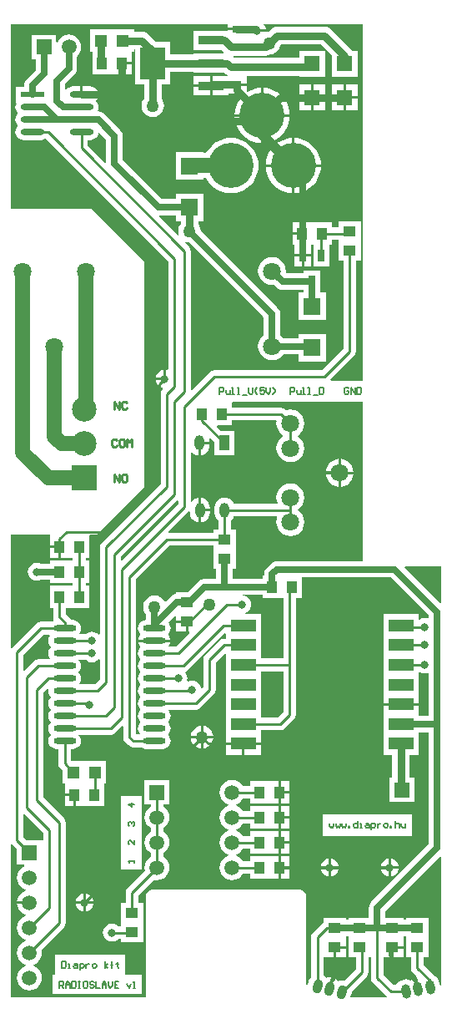
<source format=gtl>
%FSTAX24Y24*%
%MOIN*%
G70*
G01*
G75*
G04 Layer_Physical_Order=1*
G04 Layer_Color=255*
%ADD10R,0.0512X0.0394*%
%ADD11R,0.0256X0.0472*%
%ADD12R,0.0394X0.0512*%
%ADD13R,0.0709X0.0709*%
%ADD14O,0.0906X0.0236*%
%ADD15R,0.0984X0.0512*%
%ADD16R,0.0374X0.0315*%
%ADD17R,0.0630X0.0630*%
%ADD18R,0.0945X0.0236*%
%ADD19O,0.0945X0.0236*%
%ADD20R,0.1004X0.1299*%
%ADD21R,0.1004X0.0374*%
%ADD22R,0.0472X0.0512*%
%ADD23R,0.0394X0.0591*%
%ADD24O,0.0394X0.0591*%
%ADD25C,0.0100*%
%ADD26C,0.0250*%
%ADD27C,0.0600*%
%ADD28C,0.0300*%
%ADD29C,0.0400*%
%ADD30C,0.0060*%
%ADD31C,0.0080*%
%ADD32C,0.0591*%
%ADD33R,0.0591X0.0591*%
%ADD34C,0.1800*%
%ADD35R,0.0591X0.0591*%
G04:AMPARAMS|DCode=36|XSize=37.4mil|YSize=57.1mil|CornerRadius=0mil|HoleSize=0mil|Usage=FLASHONLY|Rotation=10.000|XOffset=0mil|YOffset=0mil|HoleType=Round|Shape=Round|*
%AMOVALD36*
21,1,0.0197,0.0374,0.0000,0.0000,100.0*
1,1,0.0374,0.0017,-0.0097*
1,1,0.0374,-0.0017,0.0097*
%
%ADD36OVALD36*%

G04:AMPARAMS|DCode=37|XSize=37.4mil|YSize=57.1mil|CornerRadius=0mil|HoleSize=0mil|Usage=FLASHONLY|Rotation=345.000|XOffset=0mil|YOffset=0mil|HoleType=Round|Shape=Round|*
%AMOVALD37*
21,1,0.0197,0.0374,0.0000,0.0000,75.0*
1,1,0.0374,-0.0025,-0.0095*
1,1,0.0374,0.0025,0.0095*
%
%ADD37OVALD37*%

%ADD38C,0.0984*%
%ADD39R,0.0984X0.0984*%
%ADD40C,0.0709*%
%ADD41C,0.0320*%
%ADD42C,0.0500*%
G36*
X193244Y152497D02*
Y151709D01*
X193372D01*
Y151328D01*
X1929D01*
X192858Y151322D01*
X192815Y151317D01*
X192776Y1513D01*
X192736Y151284D01*
X192698Y151254D01*
X192668Y151232D01*
X192227Y150791D01*
X191744D01*
Y15072D01*
X191715Y150717D01*
X191636Y150684D01*
X191598Y150654D01*
X191568Y150632D01*
X191345Y150409D01*
X191296Y150419D01*
X191293Y150427D01*
X191221Y150521D01*
X191127Y150593D01*
X191017Y150638D01*
X1909Y150654D01*
X190783Y150638D01*
X190673Y150593D01*
X190579Y150521D01*
X190507Y150427D01*
X190462Y150317D01*
X190446Y1502D01*
X190462Y150083D01*
X190507Y149973D01*
X190572Y149888D01*
Y149671D01*
X190557D01*
X190474Y14966D01*
X190396Y149628D01*
X19033Y149577D01*
X190279Y14951D01*
X190247Y149433D01*
X190236Y14935D01*
X190247Y149267D01*
X190279Y14919D01*
X19033Y149123D01*
Y149077D01*
X190279Y14901D01*
X190247Y148933D01*
X190242Y1489D01*
X19154D01*
X191536Y148933D01*
X191504Y14901D01*
X191453Y149077D01*
Y149123D01*
X191504Y14919D01*
X191536Y149267D01*
X191547Y14935D01*
X191536Y149433D01*
X191504Y14951D01*
X191453Y149577D01*
X191452Y149589D01*
X191698Y149834D01*
X191744Y149815D01*
Y149656D01*
X1922D01*
Y149606D01*
X19225D01*
Y149209D01*
X192284D01*
X192303Y149163D01*
X191744Y148605D01*
X191495D01*
X191473Y14865D01*
X191504Y14869D01*
X191536Y148767D01*
X19154Y1488D01*
X190242D01*
X190247Y148767D01*
X190279Y14869D01*
X19033Y148623D01*
Y148577D01*
X190279Y14851D01*
X190247Y148433D01*
X190236Y14835D01*
X190247Y148267D01*
X190279Y14819D01*
X19033Y148123D01*
Y148077D01*
X190279Y14801D01*
X190247Y147933D01*
X190236Y14785D01*
X190247Y147767D01*
X190279Y14769D01*
X19033Y147623D01*
Y147577D01*
X190279Y14751D01*
X190247Y147433D01*
X190236Y14735D01*
X190247Y147267D01*
X190279Y14719D01*
X19033Y147123D01*
Y147077D01*
X190279Y14701D01*
X190247Y146933D01*
X190236Y14685D01*
X190247Y146767D01*
X190279Y14669D01*
X19033Y146623D01*
Y146577D01*
X190279Y14651D01*
X190247Y146433D01*
X190236Y14635D01*
X190247Y146267D01*
X190279Y14619D01*
X19033Y146123D01*
Y146077D01*
X190279Y14601D01*
X190247Y145933D01*
X190236Y14585D01*
X190247Y145767D01*
X190279Y14569D01*
X19033Y145623D01*
Y145577D01*
X190279Y14551D01*
X190247Y145433D01*
X190236Y14535D01*
X190247Y145267D01*
X190279Y14519D01*
X190309Y14515D01*
X190287Y145105D01*
X190156D01*
X190155Y145106D01*
Y151294D01*
X191499Y152639D01*
X193244D01*
Y152497D01*
D02*
G37*
G36*
X186709Y153056D02*
X186709D01*
Y15265D01*
X187106D01*
Y1526D01*
X187156D01*
Y152144D01*
X187639D01*
Y152056D01*
X186709D01*
Y151928D01*
X186349D01*
X186294Y151951D01*
X1862Y151963D01*
X186106Y151951D01*
X186018Y151914D01*
X185943Y151857D01*
X185886Y151782D01*
X185849Y151694D01*
X185837Y1516D01*
X185849Y151506D01*
X185886Y151418D01*
X185943Y151343D01*
X186018Y151286D01*
X186106Y151249D01*
X1862Y151237D01*
X186294Y151249D01*
X186349Y151272D01*
X186709D01*
Y151144D01*
X187639D01*
Y151056D01*
X186709D01*
Y150144D01*
X186851D01*
Y149794D01*
X186871Y149696D01*
X186872Y149694D01*
X186858Y149646D01*
X186814Y149628D01*
X186784Y149605D01*
X18635D01*
X186252Y149585D01*
X18617Y14953D01*
X18522Y14858D01*
X185203Y148555D01*
X185155Y148569D01*
Y1531D01*
X186709D01*
Y153056D01*
D02*
G37*
G36*
X202362Y150367D02*
X202315Y150348D01*
X200898Y151765D01*
X200917Y151812D01*
X202362D01*
Y150367D01*
D02*
G37*
G36*
X195209Y150544D02*
X196045D01*
Y148142D01*
X195143D01*
Y148219D01*
Y149006D01*
Y149918D01*
X194547D01*
X194537Y149967D01*
X194582Y149986D01*
X194657Y150043D01*
X194714Y150118D01*
X194751Y150206D01*
X194763Y1503D01*
X194751Y150394D01*
X194714Y150482D01*
X194657Y150557D01*
X194582Y150614D01*
X194494Y150651D01*
X1944Y150663D01*
X194409Y150672D01*
X195209D01*
Y150544D01*
D02*
G37*
G36*
X201872Y149864D02*
Y149763D01*
X201831Y149736D01*
X201794Y149751D01*
X2017Y149763D01*
X201606Y149751D01*
X201518Y149714D01*
X201487Y14969D01*
X201442Y149712D01*
Y149918D01*
X200057D01*
Y149006D01*
Y148219D01*
Y147431D01*
Y146644D01*
Y146363D01*
X201442D01*
Y146644D01*
Y147431D01*
Y147588D01*
X201487Y14761D01*
X201518Y147586D01*
X201606Y147549D01*
X2017Y147537D01*
X201794Y147549D01*
X201831Y147564D01*
X201872Y147537D01*
Y145853D01*
X201442D01*
Y145857D01*
Y146263D01*
X200057D01*
Y145857D01*
Y145069D01*
Y144282D01*
X200397D01*
Y143395D01*
X200305D01*
Y142405D01*
X201295D01*
Y143395D01*
X201103D01*
Y144282D01*
X201442D01*
Y145069D01*
Y145197D01*
X201872D01*
Y140736D01*
X199568Y138432D01*
X199516Y138364D01*
X1995Y138324D01*
X199483Y138285D01*
X199478Y138242D01*
X199472Y1382D01*
Y137791D01*
X198644D01*
Y137722D01*
X198556D01*
Y137791D01*
X197644D01*
Y137594D01*
X197613Y137574D01*
X197229Y137189D01*
X197174Y137107D01*
X197154Y137009D01*
Y135432D01*
X197097Y135357D01*
X197058Y135263D01*
X197015Y135106D01*
X196966Y135112D01*
Y13865D01*
X196947Y138748D01*
X196891Y13883D01*
X196809Y138885D01*
X196711Y138905D01*
X190806D01*
X190708Y138885D01*
X190625Y13883D01*
X19057Y138748D01*
X190551Y13865D01*
Y134605D01*
X185155D01*
Y140731D01*
X185203Y140745D01*
X18522Y14072D01*
X185405Y140535D01*
Y139905D01*
X185696D01*
X185706Y139856D01*
X18565Y139833D01*
X185547Y139753D01*
X185467Y13965D01*
X185417Y139529D01*
X1854Y1394D01*
X185417Y139271D01*
X185467Y13915D01*
X185547Y139047D01*
X18565Y138967D01*
X185753Y138925D01*
Y138875D01*
X18565Y138833D01*
X185547Y138753D01*
X185467Y13865D01*
X185417Y138529D01*
X185407Y13845D01*
X1859D01*
Y13835D01*
X185407D01*
X185417Y138271D01*
X185467Y13815D01*
X185547Y138047D01*
X18565Y137967D01*
X185753Y137925D01*
Y137875D01*
X18565Y137833D01*
X185547Y137753D01*
X185467Y13765D01*
X185417Y137529D01*
X1854Y1374D01*
X185417Y137271D01*
X185467Y13715D01*
X185547Y137047D01*
X18565Y136967D01*
X185753Y136925D01*
Y136875D01*
X18565Y136833D01*
X185547Y136753D01*
X185467Y13665D01*
X185417Y136529D01*
X1854Y1364D01*
X185417Y136271D01*
X185467Y13615D01*
X185547Y136047D01*
X18565Y135967D01*
X185753Y135925D01*
Y135875D01*
X18565Y135833D01*
X185547Y135753D01*
X185467Y13565D01*
X185417Y135529D01*
X1854Y1354D01*
X185417Y135271D01*
X185467Y13515D01*
X185547Y135047D01*
X18565Y134967D01*
X185771Y134917D01*
X1859Y1349D01*
X186029Y134917D01*
X18615Y134967D01*
X186253Y135047D01*
X186333Y13515D01*
X186383Y135271D01*
X1864Y1354D01*
X186383Y135529D01*
X186333Y13565D01*
X186253Y135753D01*
X18615Y135833D01*
X186047Y135875D01*
Y135925D01*
X18615Y135967D01*
X186253Y136047D01*
X186333Y13615D01*
X186383Y136271D01*
X1864Y1364D01*
X186383Y136523D01*
X18728Y13742D01*
X187335Y137502D01*
X187355Y1376D01*
Y1416D01*
X187335Y141698D01*
X18728Y14178D01*
X186455Y142606D01*
Y146794D01*
X186623Y146963D01*
X186665Y146935D01*
X186664Y146933D01*
X186653Y14685D01*
X186664Y146767D01*
X186696Y14669D01*
X186747Y146623D01*
Y146577D01*
X186696Y14651D01*
X186664Y146433D01*
X186653Y14635D01*
X186664Y146267D01*
X186696Y14619D01*
X186747Y146123D01*
Y146077D01*
X186696Y14601D01*
X186664Y145933D01*
X186653Y14585D01*
X186664Y145767D01*
X186696Y14569D01*
X186747Y145623D01*
Y145577D01*
X186696Y14551D01*
X186664Y145433D01*
X186653Y14535D01*
X186664Y145267D01*
X186696Y14519D01*
X186747Y145123D01*
Y145077D01*
X186696Y14501D01*
X186664Y144933D01*
X186653Y14485D01*
X186664Y144767D01*
X186696Y14469D01*
X186747Y144623D01*
X186814Y144572D01*
X186891Y14454D01*
X186974Y144529D01*
X187054D01*
Y143952D01*
X187073Y143854D01*
X187128Y143772D01*
X187224Y143676D01*
Y143144D01*
X187309D01*
Y14275D01*
X187706D01*
Y1427D01*
X187756D01*
Y142244D01*
X188891D01*
Y143144D01*
X188963D01*
Y144056D01*
X187565D01*
X187564Y144058D01*
Y144529D01*
X187643D01*
X187726Y14454D01*
X187804Y144572D01*
X18787Y144623D01*
X187921Y14469D01*
X187953Y144767D01*
X187964Y14485D01*
X187953Y144933D01*
X187921Y14501D01*
X18787Y145077D01*
X187876Y145095D01*
X18915D01*
X189248Y145115D01*
X18933Y14517D01*
X189599Y145438D01*
X189645Y145419D01*
Y145D01*
X189645Y145D01*
X189645D01*
X189664Y144902D01*
X18972Y14482D01*
X18987Y14467D01*
X189952Y144615D01*
X19005Y144595D01*
X190366D01*
X190396Y144572D01*
X190474Y14454D01*
X190557Y144529D01*
X191226D01*
X191309Y14454D01*
X191386Y144572D01*
X191453Y144623D01*
X191504Y14469D01*
X191536Y144767D01*
X191547Y14485D01*
X191536Y144933D01*
X191504Y14501D01*
X191453Y145077D01*
Y145123D01*
X191504Y14519D01*
X191536Y145267D01*
X191547Y14535D01*
X191536Y145433D01*
X191504Y14551D01*
X191453Y145577D01*
Y145623D01*
X191504Y14569D01*
X191536Y145767D01*
X191547Y14585D01*
X191536Y145933D01*
X191504Y14601D01*
X191453Y146077D01*
X191459Y146095D01*
X19255D01*
X192648Y146115D01*
X19273Y14617D01*
X19328Y14672D01*
X193335Y146802D01*
X193355Y1469D01*
Y147994D01*
X193712Y148352D01*
X193758Y148332D01*
Y148219D01*
Y147431D01*
Y146644D01*
Y145857D01*
Y145069D01*
Y144788D01*
X195143D01*
Y145069D01*
Y14527D01*
X195925D01*
X196023Y14529D01*
X196105Y145345D01*
X196105Y145345D01*
X196105Y145345D01*
X19648Y14572D01*
X196535Y145802D01*
X196555Y1459D01*
X196555Y1459D01*
X196555Y1459D01*
Y1459D01*
Y150544D01*
X196791D01*
Y151372D01*
X200364D01*
X201872Y149864D01*
D02*
G37*
G36*
X186445Y141194D02*
Y140895D01*
X186395D01*
Y140895D01*
X185765D01*
X185655Y141006D01*
Y141919D01*
X185701Y141938D01*
X186445Y141194D01*
D02*
G37*
G36*
X199212Y153248D02*
X199212Y153248D01*
X199212D01*
Y152067D01*
D01*
X199212Y152067D01*
X199212Y152066D01*
X19918Y152028D01*
X1958D01*
X195715Y152017D01*
X195659Y151993D01*
X195636Y151984D01*
X195607Y151961D01*
X195568Y151932D01*
X195375Y151738D01*
X195322Y15167D01*
X195306Y151631D01*
X19529Y151591D01*
X195284Y151549D01*
X195278Y151506D01*
Y151456D01*
X195209D01*
Y151328D01*
X194028D01*
Y151709D01*
X194156D01*
Y152497D01*
Y153291D01*
X193955D01*
Y153657D01*
X193985Y15368D01*
X194049Y153763D01*
X194067Y153807D01*
X19578D01*
X195807Y153765D01*
X195791Y153726D01*
X195772Y153581D01*
X195791Y153437D01*
X195847Y153302D01*
X195936Y153186D01*
X196052Y153097D01*
X196187Y153041D01*
X196332Y153022D01*
X196476Y153041D01*
X196611Y153097D01*
X196727Y153186D01*
X196816Y153302D01*
X196872Y153437D01*
X196891Y153581D01*
X196872Y153726D01*
X196816Y153861D01*
X196727Y153977D01*
X196611Y154066D01*
Y154082D01*
X196727Y15417D01*
X196816Y154286D01*
X196872Y154421D01*
X196891Y154566D01*
X196872Y15471D01*
X196816Y154845D01*
X196727Y154961D01*
X196611Y15505D01*
X196476Y155106D01*
X196332Y155125D01*
X196187Y155106D01*
X196052Y15505D01*
X195936Y154961D01*
X195847Y154845D01*
X195791Y15471D01*
X195772Y154566D01*
X195791Y154421D01*
X195818Y154358D01*
X19579Y154316D01*
X194067D01*
X194049Y15436D01*
X193985Y154443D01*
X193902Y154506D01*
X193806Y154546D01*
X193702Y15456D01*
X193598Y154546D01*
X193502Y154506D01*
X193419Y154443D01*
X193355Y15436D01*
X193315Y154263D01*
X193302Y15416D01*
Y153963D01*
X193315Y153859D01*
X193355Y153763D01*
X193419Y15368D01*
X193445Y15366D01*
Y153291D01*
X193244D01*
Y153149D01*
X191474D01*
X191455Y153195D01*
X192271Y154011D01*
X192317Y153992D01*
Y153963D01*
X192331Y153859D01*
X192371Y153763D01*
X192435Y15368D01*
X192518Y153616D01*
X192614Y153576D01*
X192668Y153569D01*
Y154061D01*
Y154554D01*
X192614Y154546D01*
X192518Y154506D01*
X192435Y154443D01*
X192402Y154401D01*
X192355Y154417D01*
Y156358D01*
X192402Y156374D01*
X192415Y156357D01*
X192498Y156294D01*
X192594Y156254D01*
X192648Y156246D01*
Y156739D01*
X192698D01*
Y156789D01*
X193098D01*
Y156837D01*
X193087Y156927D01*
X193131Y156949D01*
X193305Y156775D01*
Y156243D01*
X194099D01*
Y157234D01*
X193567D01*
X193403Y157398D01*
X193422Y157444D01*
X193991D01*
Y157645D01*
X195751D01*
X195784Y157608D01*
X195772Y157519D01*
X195791Y157374D01*
X195847Y157239D01*
X195936Y157123D01*
X19603Y157051D01*
Y157001D01*
X195936Y15693D01*
X195847Y156814D01*
X195791Y156679D01*
X195772Y156534D01*
X195791Y15639D01*
X195847Y156255D01*
X195936Y156139D01*
X196052Y15605D01*
X196187Y155994D01*
X196332Y155975D01*
X196476Y155994D01*
X196611Y15605D01*
X196727Y156139D01*
X196816Y156255D01*
X196872Y15639D01*
X196891Y156534D01*
X196872Y156679D01*
X196816Y156814D01*
X196727Y15693D01*
X196611Y157018D01*
Y157034D01*
X196727Y157123D01*
X196816Y157239D01*
X196872Y157374D01*
X196891Y157519D01*
X196872Y157663D01*
X196816Y157798D01*
X196727Y157914D01*
X196611Y158003D01*
X196476Y158059D01*
X196332Y158078D01*
X196187Y158059D01*
X196162Y158048D01*
X19613Y15808D01*
X196048Y158135D01*
X19595Y158155D01*
X193991D01*
Y158356D01*
D01*
Y158356D01*
X194013Y158378D01*
X199212D01*
Y153248D01*
D02*
G37*
G36*
X191746Y165592D02*
X191947D01*
Y165479D01*
X191907Y165427D01*
X191862Y165317D01*
X191846Y1652D01*
X191862Y165083D01*
X191872Y165058D01*
X19183Y16503D01*
X191088Y165772D01*
X191107Y165819D01*
X191746D01*
Y165592D01*
D02*
G37*
G36*
X191845Y154419D02*
Y154306D01*
X189601Y152062D01*
X189555Y152081D01*
Y152194D01*
X191799Y154438D01*
X191845Y154419D01*
D02*
G37*
G36*
X188972Y168864D02*
Y167954D01*
X188926Y167934D01*
X188239Y168621D01*
Y168829D01*
X188339D01*
X188422Y16884D01*
X188499Y168872D01*
X188565Y168923D01*
X188616Y16899D01*
X188649Y169067D01*
X188655Y169118D01*
X188703Y169134D01*
X188972Y168864D01*
D02*
G37*
G36*
X188714Y14809D02*
Y147306D01*
X188513Y147105D01*
X187913D01*
X187891Y14715D01*
X187921Y14719D01*
X187953Y147267D01*
X187964Y14735D01*
X187953Y147433D01*
X187921Y14751D01*
X18787Y147577D01*
Y147623D01*
X187921Y14769D01*
X187953Y147767D01*
X187964Y14785D01*
X187953Y147933D01*
X187921Y14801D01*
X18787Y148077D01*
X187876Y148095D01*
X188142D01*
X188143Y148093D01*
X188218Y148036D01*
X188306Y147999D01*
X1884Y147987D01*
X188494Y147999D01*
X188582Y148036D01*
X188657Y148093D01*
X188666Y148106D01*
X188714Y14809D01*
D02*
G37*
G36*
X198644Y136997D02*
Y136209D01*
X198945D01*
Y135738D01*
X198488Y135282D01*
X198401Y135293D01*
X1983Y13528D01*
X198236Y135254D01*
X198194Y135308D01*
X198113Y135371D01*
X198065Y13539D01*
X19794Y134924D01*
X197844Y13495D01*
X197969Y135416D01*
X197918Y135423D01*
X197817Y13541D01*
X197753Y135383D01*
X197711Y135438D01*
X197664Y135474D01*
Y136209D01*
X19805D01*
Y136606D01*
X1981D01*
Y136656D01*
X198556D01*
Y136997D01*
Y137066D01*
X198644D01*
Y136997D01*
D02*
G37*
G36*
X199545Y1354D02*
X199564Y135302D01*
X19962Y13522D01*
X200169Y13467D01*
X200169D01*
X200169Y13467D01*
X200169Y13467D01*
Y13467D01*
X200196Y134653D01*
X200181Y134605D01*
X198766D01*
X198735Y134645D01*
X198778Y134802D01*
X198785Y134857D01*
X19938Y135453D01*
X199436Y135535D01*
X199455Y135633D01*
X199455Y135633D01*
X199455Y135633D01*
Y135633D01*
Y136209D01*
X199545D01*
Y1354D01*
D02*
G37*
G36*
X200944Y136997D02*
Y136209D01*
X201145D01*
Y1358D01*
X201145Y1358D01*
X201145D01*
X201164Y135702D01*
X20122Y13562D01*
X201374Y135466D01*
X201356Y135419D01*
X201401Y135421D01*
X201485Y134946D01*
X201386Y134929D01*
X201302Y135404D01*
X201253Y135388D01*
X201167Y135333D01*
X201121Y135282D01*
X201059Y135314D01*
X20096Y135336D01*
X200858Y135332D01*
X200761Y135301D01*
X200675Y135247D01*
X200606Y135171D01*
X200572Y135105D01*
X200455D01*
X200055Y135506D01*
Y136209D01*
X20035D01*
Y136606D01*
X2004D01*
Y136656D01*
X200856D01*
Y136997D01*
Y137066D01*
X200944D01*
Y136997D01*
D02*
G37*
G36*
X202362Y140233D02*
Y135099D01*
X202312Y135094D01*
X202295Y135189D01*
X202265Y135286D01*
X20221Y135372D01*
X202135Y135441D01*
X202103Y135457D01*
X201655Y135906D01*
Y136209D01*
X201856D01*
Y136997D01*
Y137791D01*
X200944D01*
Y137722D01*
X200856D01*
Y137791D01*
X200128D01*
Y138064D01*
X202315Y140252D01*
X202362Y140233D01*
D02*
G37*
G36*
X199212Y15923D02*
X197956D01*
X197937Y159276D01*
X19888Y16022D01*
X198936Y160302D01*
X198955Y1604D01*
X198955Y1604D01*
X198955Y1604D01*
Y1604D01*
Y164009D01*
X199156D01*
Y164797D01*
Y165591D01*
X198244D01*
Y165349D01*
X197991D01*
Y165556D01*
X196856D01*
Y1651D01*
X196806D01*
Y16505D01*
X196409D01*
Y164644D01*
X196498D01*
Y164272D01*
X197154D01*
Y164644D01*
X197246D01*
Y163786D01*
X197902D01*
Y164644D01*
X197991D01*
Y164839D01*
X198244D01*
Y164797D01*
Y164009D01*
X198445D01*
Y160506D01*
X197594Y159655D01*
X1933D01*
X193202Y159635D01*
X19312Y15958D01*
X192401Y158862D01*
X192355Y158881D01*
Y1644D01*
X192335Y164498D01*
X19228Y16458D01*
X19213Y16473D01*
X192158Y164772D01*
X192183Y164762D01*
X192289Y164748D01*
X195272Y161764D01*
Y161047D01*
X195205Y160995D01*
X195116Y16088D01*
X19506Y160745D01*
X195041Y1606D01*
X19506Y160455D01*
X195116Y16032D01*
X195205Y160205D01*
X19532Y160116D01*
X195455Y16006D01*
X1956Y160041D01*
X195745Y16006D01*
X19588Y160116D01*
X195995Y160205D01*
X196047Y160272D01*
X196646D01*
Y159992D01*
X197754D01*
Y161101D01*
X196646D01*
Y160928D01*
X196047D01*
X195995Y160995D01*
X195928Y161047D01*
Y1619D01*
X195928Y1619D01*
X195928Y1619D01*
Y1619D01*
X195928D01*
X195928Y1619D01*
X195917Y161985D01*
X195884Y162064D01*
X195832Y162132D01*
X192752Y165211D01*
X192738Y165317D01*
X192693Y165427D01*
X192653Y165479D01*
Y165592D01*
X192854D01*
Y166701D01*
X191746D01*
Y166474D01*
X191189D01*
X189628Y168036D01*
Y169D01*
X189628Y169D01*
X189628Y169D01*
Y169D01*
X189628D01*
X189628Y169D01*
X189617Y169085D01*
X189584Y169164D01*
X189532Y169232D01*
X188882Y169882D01*
X188814Y169934D01*
X188774Y16995D01*
X188735Y169967D01*
X188692Y169972D01*
X18865Y169978D01*
X188616Y16999D01*
X188616D01*
X188649Y170067D01*
X188659Y17015D01*
X188649Y170233D01*
X188616Y17031D01*
X188565Y170377D01*
Y170423D01*
X188616Y17049D01*
X188649Y170567D01*
X188653Y1706D01*
X187984D01*
Y17065D01*
X187934D01*
Y170971D01*
X18763D01*
X187547Y17096D01*
X187469Y170928D01*
X187403Y170877D01*
X187375Y170841D01*
X187328Y170857D01*
Y171064D01*
X187707Y171443D01*
X187759Y171511D01*
X187791Y17159D01*
X187803Y171675D01*
Y172166D01*
X187828Y172186D01*
X187907Y172289D01*
X187957Y17241D01*
X187974Y172539D01*
X187957Y172668D01*
X187907Y172789D01*
X187828Y172892D01*
X187725Y172972D01*
X187604Y173022D01*
X187475Y173039D01*
X187346Y173022D01*
X187225Y172972D01*
X187122Y172892D01*
X187042Y172789D01*
X187019Y172733D01*
X18697Y172743D01*
Y173034D01*
X18598D01*
Y172044D01*
X186147D01*
Y171611D01*
X185784Y171248D01*
X185732Y17118D01*
X185715Y17114D01*
X185699Y171101D01*
X185694Y171058D01*
X185688Y171016D01*
Y170968D01*
X185343D01*
Y170332D01*
X185347D01*
X185375Y17029D01*
X185351Y170233D01*
X185341Y17015D01*
X185351Y170067D01*
X185384Y16999D01*
X185435Y169923D01*
Y169877D01*
X185384Y16981D01*
X185351Y169733D01*
X185341Y16965D01*
X185351Y169567D01*
X185384Y16949D01*
X185435Y169423D01*
Y169377D01*
X185384Y16931D01*
X185351Y169233D01*
X185341Y16915D01*
X185351Y169067D01*
X185384Y16899D01*
X185435Y168923D01*
X185501Y168872D01*
X185578Y16884D01*
X185661Y168829D01*
X18637D01*
X186453Y16884D01*
X186531Y168872D01*
X186551Y168888D01*
X191445Y163994D01*
Y159675D01*
X191404Y159647D01*
X191394Y159651D01*
X19135Y159657D01*
Y1593D01*
X1913D01*
Y15925D01*
X190943D01*
X190949Y159206D01*
X190986Y159118D01*
X191043Y159043D01*
X191118Y158986D01*
X191206Y158949D01*
X191223Y158947D01*
X191239Y1589D01*
X19122Y15888D01*
X191164Y158798D01*
X191145Y1587D01*
Y155106D01*
X188788Y152749D01*
X188733Y152666D01*
X188714Y152569D01*
Y14911D01*
X188666Y149094D01*
X188657Y149107D01*
X188582Y149164D01*
X188494Y149201D01*
X1884Y149213D01*
X188306Y149201D01*
X188218Y149164D01*
X188143Y149107D01*
X188142Y149105D01*
X187913D01*
X187891Y14915D01*
X187921Y14919D01*
X187953Y149267D01*
X187964Y14935D01*
X187953Y149433D01*
X187921Y14951D01*
X18787Y149577D01*
X187804Y149628D01*
X187726Y14966D01*
X187643Y149671D01*
X187548D01*
X187544Y149689D01*
X187489Y149772D01*
X187361Y149899D01*
Y150144D01*
X188291D01*
Y151056D01*
X188149D01*
Y151144D01*
X188291D01*
Y152056D01*
X188149D01*
Y152144D01*
X188291D01*
Y153056D01*
X188291D01*
Y153065D01*
X188326Y1531D01*
X1886D01*
X1905Y155D01*
Y164D01*
X1884Y1661D01*
X185155D01*
Y173465D01*
X193813D01*
Y173304D01*
X1942D01*
Y173204D01*
X193813D01*
Y173193D01*
X192469D01*
Y172418D01*
X193582D01*
X193668Y172333D01*
X193648Y172287D01*
X192469D01*
Y172253D01*
X191531D01*
Y17275D01*
X19095D01*
X19065Y17305D01*
X190577Y173106D01*
X190491Y173141D01*
X1904Y173153D01*
X190076D01*
Y173256D01*
X188337D01*
Y172344D01*
X188409D01*
Y171444D01*
X189544D01*
Y1719D01*
X189594D01*
Y17195D01*
X189991D01*
Y172344D01*
X190076D01*
Y172447D01*
X190127D01*
Y17105D01*
X190476D01*
Y170479D01*
X190436Y170427D01*
X19039Y170317D01*
X190375Y1702D01*
X19039Y170083D01*
X190436Y169973D01*
X190508Y169879D01*
X190602Y169807D01*
X190711Y169762D01*
X190829Y169746D01*
X190946Y169762D01*
X191056Y169807D01*
X19115Y169879D01*
X191222Y169973D01*
X191267Y170083D01*
X191283Y1702D01*
X191267Y170317D01*
X191222Y170427D01*
X191182Y170479D01*
Y17105D01*
X191531D01*
Y171547D01*
X192469D01*
Y171513D01*
X193688D01*
X193696Y171505D01*
X193769Y171449D01*
X193813Y171431D01*
X193803Y171381D01*
X193221D01*
Y170994D01*
Y170607D01*
X193873D01*
Y170688D01*
X19415D01*
Y171046D01*
X1942D01*
Y171096D01*
X194587D01*
Y171397D01*
Y171401D01*
X196685D01*
Y171354D01*
X197715D01*
Y172384D01*
X196685D01*
Y172107D01*
X194587D01*
Y172112D01*
X194087D01*
X19405Y17215D01*
X194063Y172188D01*
X194587D01*
Y172193D01*
X195346D01*
X195437Y172205D01*
X195522Y17224D01*
X195536Y172251D01*
X195617Y172262D01*
X195727Y172307D01*
X195821Y172379D01*
X195893Y172473D01*
X195938Y172583D01*
X195947Y172647D01*
X197554D01*
X197985Y172216D01*
Y171354D01*
X199015D01*
Y172384D01*
X1988D01*
X1988Y172384D01*
X19875Y17245D01*
X19795Y17325D01*
X197877Y173306D01*
X197791Y173341D01*
X1977Y173353D01*
X1958D01*
X195709Y173341D01*
X195623Y173306D01*
X19555Y17325D01*
X195448Y173147D01*
X195395Y17314D01*
X19536Y173175D01*
X195357Y17315D01*
X195D01*
Y17325D01*
X195357D01*
X195351Y173294D01*
X195314Y173382D01*
X195257Y173457D01*
X19526Y173465D01*
X199212D01*
Y15923D01*
D02*
G37*
G36*
X186727Y14905D02*
X186696Y14901D01*
X186664Y148933D01*
X186653Y14885D01*
X186664Y148767D01*
X186696Y14869D01*
X186747Y148623D01*
Y148577D01*
X186696Y14851D01*
X186664Y148433D01*
X186653Y14835D01*
X186664Y148267D01*
X186696Y14819D01*
X186727Y14815D01*
X186705Y148105D01*
X18625D01*
X186152Y148085D01*
X18607Y14803D01*
X185701Y147662D01*
X185655Y147681D01*
Y148294D01*
X186456Y149095D01*
X186705D01*
X186727Y14905D01*
D02*
G37*
G36*
X196045Y146006D02*
X19582Y14578D01*
X195143D01*
Y145857D01*
Y146644D01*
Y147431D01*
Y147633D01*
X196045D01*
Y146006D01*
D02*
G37*
G36*
X193758Y149132D02*
Y149006D01*
Y14893D01*
X193675D01*
X193577Y14891D01*
X193495Y148855D01*
X19292Y14828D01*
X192864Y148198D01*
X192845Y1481D01*
Y147006D01*
X1928Y146961D01*
X192753Y146977D01*
X192751Y146994D01*
X192714Y147082D01*
X192657Y147157D01*
X192582Y147214D01*
X192494Y147251D01*
X1924Y147263D01*
X192306Y147251D01*
X19226Y147232D01*
X192201Y147256D01*
X192213Y14735D01*
X192201Y147444D01*
X192164Y147532D01*
X192132Y147574D01*
X192148Y147615D01*
X19223Y14767D01*
X193712Y149152D01*
X193758Y149132D01*
D02*
G37*
%LPC*%
G36*
X196291Y142256D02*
X195944D01*
Y14185D01*
X196291D01*
Y142256D01*
D02*
G37*
G36*
X193247Y14495D02*
X19285D01*
Y144553D01*
X192917Y144562D01*
X193027Y144607D01*
X193121Y144679D01*
X193193Y144773D01*
X193238Y144883D01*
X193247Y14495D01*
D02*
G37*
G36*
X201201Y14191D02*
X19764D01*
Y141057D01*
X201201D01*
Y14191D01*
D02*
G37*
G36*
X196291Y14175D02*
X195944D01*
Y141344D01*
X196291D01*
Y14175D01*
D02*
G37*
G36*
X187656Y14265D02*
X187309D01*
Y142244D01*
X187656D01*
Y14265D01*
D02*
G37*
G36*
X1944Y144688D02*
X193758D01*
Y144282D01*
X1944D01*
Y144688D01*
D02*
G37*
G36*
X19275Y14495D02*
X192353D01*
X192362Y144883D01*
X192407Y144773D01*
X192479Y144679D01*
X192573Y144607D01*
X192683Y144562D01*
X19275Y144553D01*
Y14495D01*
D02*
G37*
G36*
X195143Y144688D02*
X1945D01*
Y144282D01*
X195143D01*
Y144688D01*
D02*
G37*
G36*
X194Y1433D02*
X193871Y143283D01*
X19375Y143233D01*
X193647Y143153D01*
X193567Y14305D01*
X193517Y142929D01*
X1935Y1428D01*
X193517Y142671D01*
X193567Y14255D01*
X193647Y142447D01*
X19375Y142367D01*
X193853Y142325D01*
Y142275D01*
X19375Y142233D01*
X193647Y142153D01*
X193567Y14205D01*
X193517Y141929D01*
X1935Y1418D01*
X193517Y141671D01*
X193567Y14155D01*
X193647Y141447D01*
X19375Y141367D01*
X193853Y141325D01*
Y141275D01*
X19375Y141233D01*
X193647Y141153D01*
X193567Y14105D01*
X193517Y140929D01*
X1935Y1408D01*
X193517Y140671D01*
X193567Y14055D01*
X193647Y140447D01*
X19375Y140367D01*
X193853Y140325D01*
Y140275D01*
X19375Y140233D01*
X193647Y140153D01*
X193567Y14005D01*
X193517Y139929D01*
X1935Y1398D01*
X193517Y139671D01*
X193567Y13955D01*
X193647Y139447D01*
X19375Y139367D01*
X193871Y139317D01*
X194Y1393D01*
X194129Y139317D01*
X19425Y139367D01*
X194353Y139447D01*
X194429Y139545D01*
X194709D01*
Y139344D01*
X195844D01*
Y1398D01*
Y140256D01*
X194709D01*
Y140055D01*
X194429D01*
X194353Y140153D01*
X19425Y140233D01*
X194147Y140275D01*
Y140325D01*
X19425Y140367D01*
X194353Y140447D01*
X194429Y140545D01*
X194709D01*
Y140344D01*
X195844D01*
Y1408D01*
Y141256D01*
X194709D01*
Y141055D01*
X194429D01*
X194353Y141153D01*
X19425Y141233D01*
X194147Y141275D01*
Y141325D01*
X19425Y141367D01*
X194353Y141447D01*
X194429Y141545D01*
X194709D01*
Y141344D01*
X195844D01*
Y1418D01*
Y142256D01*
X194709D01*
Y142055D01*
X194429D01*
X194353Y142153D01*
X19425Y142233D01*
X194147Y142275D01*
Y142325D01*
X19425Y142367D01*
X194353Y142447D01*
X194429Y142545D01*
X194709D01*
Y142344D01*
X195844D01*
Y1428D01*
Y143256D01*
X194709D01*
Y143055D01*
X194429D01*
X194353Y143153D01*
X19425Y143233D01*
X194129Y143283D01*
X194Y1433D01*
D02*
G37*
G36*
X196291Y14275D02*
X195944D01*
Y142344D01*
X196291D01*
Y14275D01*
D02*
G37*
G36*
Y143256D02*
X195944D01*
Y14285D01*
X196291D01*
Y143256D01*
D02*
G37*
G36*
X18815Y138757D02*
Y13845D01*
X188457D01*
X188451Y138494D01*
X188414Y138582D01*
X188357Y138657D01*
X188282Y138714D01*
X188194Y138751D01*
X18815Y138757D01*
D02*
G37*
G36*
X18805D02*
X188006Y138751D01*
X187918Y138714D01*
X187843Y138657D01*
X187786Y138582D01*
X187749Y138494D01*
X187743Y13845D01*
X18805D01*
Y138757D01*
D02*
G37*
G36*
X191495Y143295D02*
X190505D01*
Y142305D01*
X190745D01*
Y142229D01*
X190647Y142153D01*
X190567Y14205D01*
X190517Y141929D01*
X1905Y1418D01*
X190517Y141671D01*
X190567Y14155D01*
X190647Y141447D01*
X190745Y141371D01*
Y141229D01*
X190647Y141153D01*
X190567Y14105D01*
X190517Y140929D01*
X1905Y1408D01*
X190517Y140671D01*
X190567Y14055D01*
X190647Y140447D01*
X190745Y140371D01*
Y140229D01*
X190647Y140153D01*
X190567Y14005D01*
X190517Y139929D01*
X1905Y1398D01*
X190517Y139677D01*
X18982Y13898D01*
X189764Y138898D01*
X189745Y1388D01*
Y138391D01*
X189544D01*
Y137597D01*
Y137455D01*
X189458D01*
X189457Y137457D01*
X189382Y137514D01*
X189294Y137551D01*
X1892Y137563D01*
X189106Y137551D01*
X189018Y137514D01*
X188943Y137457D01*
X188886Y137382D01*
X188849Y137294D01*
X188837Y1372D01*
X188849Y137106D01*
X188886Y137018D01*
X188943Y136943D01*
X189018Y136886D01*
X189106Y136849D01*
X1892Y136837D01*
X189294Y136849D01*
X189382Y136886D01*
X189457Y136943D01*
X189458Y136945D01*
X189544D01*
Y136809D01*
X190456D01*
Y137597D01*
Y138391D01*
X190255D01*
Y138694D01*
X190877Y139317D01*
X191Y1393D01*
X191129Y139317D01*
X19125Y139367D01*
X191353Y139447D01*
X191433Y13955D01*
X191483Y139671D01*
X1915Y1398D01*
X191483Y139929D01*
X191433Y14005D01*
X191353Y140153D01*
X191255Y140229D01*
Y140371D01*
X191353Y140447D01*
X191433Y14055D01*
X191483Y140671D01*
X1915Y1408D01*
X191483Y140929D01*
X191433Y14105D01*
X191353Y141153D01*
X191255Y141229D01*
Y141371D01*
X191353Y141447D01*
X191433Y14155D01*
X191483Y141671D01*
X1915Y1418D01*
X191483Y141929D01*
X191433Y14205D01*
X191353Y142153D01*
X191255Y142229D01*
Y142305D01*
X191495D01*
Y143295D01*
D02*
G37*
G36*
X19785Y13975D02*
X197543D01*
X197549Y139706D01*
X197586Y139618D01*
X197643Y139543D01*
X197718Y139486D01*
X197806Y139449D01*
X19785Y139443D01*
Y13975D01*
D02*
G37*
G36*
X196291D02*
X195944D01*
Y139344D01*
X196291D01*
Y13975D01*
D02*
G37*
G36*
X198556Y136556D02*
X19815D01*
Y136209D01*
X198556D01*
Y136556D01*
D02*
G37*
G36*
X189709Y13631D02*
X18694D01*
Y13551D01*
X18684D01*
Y13474D01*
X190401D01*
Y13551D01*
X189709D01*
Y13631D01*
D02*
G37*
G36*
X200856Y136556D02*
X20045D01*
Y136209D01*
X200856D01*
Y136556D01*
D02*
G37*
G36*
X188457Y13835D02*
X18815D01*
Y138043D01*
X188194Y138049D01*
X188282Y138086D01*
X188357Y138143D01*
X188414Y138218D01*
X188451Y138306D01*
X188457Y13835D01*
D02*
G37*
G36*
X18805D02*
X187743D01*
X187749Y138306D01*
X187786Y138218D01*
X187843Y138143D01*
X187918Y138086D01*
X188006Y138049D01*
X18805Y138043D01*
Y13835D01*
D02*
G37*
G36*
X198257Y13975D02*
X19795D01*
Y139443D01*
X197994Y139449D01*
X198082Y139486D01*
X198157Y139543D01*
X198214Y139618D01*
X198251Y139706D01*
X198257Y13975D01*
D02*
G37*
G36*
X20025Y140157D02*
X200206Y140151D01*
X200118Y140114D01*
X200043Y140057D01*
X199986Y139982D01*
X199949Y139894D01*
X199943Y13985D01*
X20025D01*
Y140157D01*
D02*
G37*
G36*
X19795D02*
Y13985D01*
X198257D01*
X198251Y139894D01*
X198214Y139982D01*
X198157Y140057D01*
X198082Y140114D01*
X197994Y140151D01*
X19795Y140157D01*
D02*
G37*
G36*
X20035D02*
Y13985D01*
X200657D01*
X200651Y139894D01*
X200614Y139982D01*
X200557Y140057D01*
X200482Y140114D01*
X200394Y140151D01*
X20035Y140157D01*
D02*
G37*
G36*
X196291Y141256D02*
X195944D01*
Y14085D01*
X196291D01*
Y141256D01*
D02*
G37*
G36*
Y14075D02*
X195944D01*
Y140344D01*
X196291D01*
Y14075D01*
D02*
G37*
G36*
X200657Y13975D02*
X20035D01*
Y139443D01*
X200394Y139449D01*
X200482Y139486D01*
X200557Y139543D01*
X200614Y139618D01*
X200651Y139706D01*
X200657Y13975D01*
D02*
G37*
G36*
X20025D02*
X199943D01*
X199949Y139706D01*
X199986Y139618D01*
X200043Y139543D01*
X200118Y139486D01*
X200206Y139449D01*
X20025Y139443D01*
Y13975D01*
D02*
G37*
G36*
X19038Y142654D02*
X18957D01*
Y13972D01*
X19038D01*
Y142654D01*
D02*
G37*
G36*
X19785Y140157D02*
X197806Y140151D01*
X197718Y140114D01*
X197643Y140057D01*
X197586Y139982D01*
X197549Y139894D01*
X197543Y13985D01*
X19785D01*
Y140157D01*
D02*
G37*
G36*
X196291Y140256D02*
X195944D01*
Y13985D01*
X196291D01*
Y140256D01*
D02*
G37*
G36*
X19845Y170481D02*
X197985D01*
Y170016D01*
X19845D01*
Y170481D01*
D02*
G37*
G36*
X195255Y170914D02*
Y169865D01*
X196305D01*
X196295Y169987D01*
X196255Y170156D01*
X196188Y170315D01*
X196098Y170463D01*
X195985Y170595D01*
X195854Y170707D01*
X195706Y170798D01*
X195546Y170864D01*
X195378Y170904D01*
X195255Y170914D01*
D02*
G37*
G36*
X19715Y170481D02*
X196685D01*
Y170016D01*
X19715D01*
Y170481D01*
D02*
G37*
G36*
X199015Y170481D02*
X19855D01*
Y170016D01*
X199015D01*
Y170481D01*
D02*
G37*
G36*
X194587Y170996D02*
X19425D01*
Y170688D01*
X194462D01*
X194479Y170641D01*
X194425Y170595D01*
X194312Y170463D01*
X194222Y170315D01*
X194156Y170156D01*
X194115Y169987D01*
X194106Y169865D01*
X195155D01*
Y170914D01*
X195033Y170904D01*
X194864Y170864D01*
X194704Y170798D01*
X194631Y170753D01*
X194587Y170777D01*
Y170996D01*
D02*
G37*
G36*
X193955Y168918D02*
X193783Y168904D01*
X193614Y168864D01*
X193454Y168798D01*
X193307Y168707D01*
X193175Y168595D01*
X193062Y168463D01*
X192974Y168319D01*
X192854D01*
Y168354D01*
X191746D01*
Y167246D01*
X192854D01*
Y16731D01*
X192974D01*
X193062Y167166D01*
X193175Y167034D01*
X193307Y166922D01*
X193454Y166831D01*
X193614Y166765D01*
X193783Y166725D01*
X193955Y166711D01*
X194128Y166725D01*
X194296Y166765D01*
X194456Y166831D01*
X194604Y166922D01*
X194735Y167034D01*
X194848Y167166D01*
X194938Y167314D01*
X195005Y167474D01*
X195045Y167642D01*
X195059Y167815D01*
X195045Y167987D01*
X195005Y168156D01*
X194938Y168316D01*
X194848Y168463D01*
X194735Y168595D01*
X194604Y168707D01*
X194456Y168798D01*
X194296Y168864D01*
X194128Y168904D01*
X193955Y168918D01*
D02*
G37*
G36*
X196505Y168914D02*
Y167865D01*
X197555D01*
X197545Y167987D01*
X197505Y168156D01*
X197438Y168316D01*
X197348Y168463D01*
X197235Y168595D01*
X197104Y168707D01*
X196956Y168798D01*
X196796Y168864D01*
X196628Y168904D01*
X196505Y168914D01*
D02*
G37*
G36*
X196305Y169765D02*
X195255D01*
Y168715D01*
X195378Y168725D01*
X195546Y168765D01*
X195706Y168831D01*
X195854Y168922D01*
X195985Y169034D01*
X196098Y169166D01*
X196188Y169314D01*
X196255Y169474D01*
X196295Y169642D01*
X196305Y169765D01*
D02*
G37*
G36*
X195155D02*
X194106D01*
X194115Y169642D01*
X194156Y169474D01*
X194222Y169314D01*
X194312Y169166D01*
X194425Y169034D01*
X194557Y168922D01*
X194704Y168831D01*
X194864Y168765D01*
X195033Y168725D01*
X195155Y168715D01*
Y169765D01*
D02*
G37*
G36*
X188339Y170971D02*
X188034D01*
Y1707D01*
X188653D01*
X188649Y170733D01*
X188616Y17081D01*
X188565Y170877D01*
X188499Y170928D01*
X188422Y17096D01*
X188339Y170971D01*
D02*
G37*
G36*
X193121Y170944D02*
X192469D01*
Y170607D01*
X193121D01*
Y170944D01*
D02*
G37*
G36*
X189991Y17185D02*
X189644D01*
Y171444D01*
X189991D01*
Y17185D01*
D02*
G37*
G36*
X193121Y171381D02*
X192469D01*
Y171044D01*
X193121D01*
Y171381D01*
D02*
G37*
G36*
X197715Y171046D02*
X19725D01*
Y170581D01*
X197715D01*
Y171046D01*
D02*
G37*
G36*
X19845Y171046D02*
X197985D01*
Y170581D01*
X19845D01*
Y171046D01*
D02*
G37*
G36*
X197715Y170481D02*
X19725D01*
Y170016D01*
X197715D01*
Y170481D01*
D02*
G37*
G36*
X19715Y171046D02*
X196685D01*
Y170581D01*
X19715D01*
Y171046D01*
D02*
G37*
G36*
X199015Y171046D02*
X19855D01*
Y170581D01*
X199015D01*
Y171046D01*
D02*
G37*
G36*
X196405Y168914D02*
X196283Y168904D01*
X196114Y168864D01*
X195954Y168798D01*
X195807Y168707D01*
X195675Y168595D01*
X195562Y168463D01*
X195472Y168316D01*
X195406Y168156D01*
X195365Y167987D01*
X195356Y167865D01*
X196405D01*
Y168914D01*
D02*
G37*
G36*
X19825Y1555D02*
X197747D01*
X19776Y155405D01*
X197816Y15527D01*
X197905Y155155D01*
X19802Y155066D01*
X198155Y15501D01*
X19825Y154997D01*
Y1555D01*
D02*
G37*
G36*
X192768Y154554D02*
Y154111D01*
X193118D01*
Y15416D01*
X193104Y154263D01*
X193064Y15436D01*
X193001Y154443D01*
X192918Y154506D01*
X192821Y154546D01*
X192768Y154554D01*
D02*
G37*
G36*
X19825Y156103D02*
X198155Y15609D01*
X19802Y156034D01*
X197905Y155945D01*
X197816Y15583D01*
X19776Y155695D01*
X197747Y1556D01*
X19825D01*
Y156103D01*
D02*
G37*
G36*
X198853Y1555D02*
X19835D01*
Y154997D01*
X198445Y15501D01*
X19858Y155066D01*
X198695Y155155D01*
X198784Y15527D01*
X19884Y155405D01*
X198853Y1555D01*
D02*
G37*
G36*
X193118Y154011D02*
X192768D01*
Y153569D01*
X192821Y153576D01*
X192918Y153616D01*
X193001Y15368D01*
X193064Y153763D01*
X193104Y153859D01*
X193118Y153963D01*
Y154011D01*
D02*
G37*
G36*
X19285Y145447D02*
Y14505D01*
X193247D01*
X193238Y145117D01*
X193193Y145227D01*
X193121Y145321D01*
X193027Y145393D01*
X192917Y145438D01*
X19285Y145447D01*
D02*
G37*
G36*
X19275D02*
X192683Y145438D01*
X192573Y145393D01*
X192479Y145321D01*
X192407Y145227D01*
X192362Y145117D01*
X192353Y14505D01*
X19275D01*
Y145447D01*
D02*
G37*
G36*
X187056Y15255D02*
X186709D01*
Y152144D01*
X187056D01*
Y15255D01*
D02*
G37*
G36*
X19215Y149556D02*
X191744D01*
Y149209D01*
X19215D01*
Y149556D01*
D02*
G37*
G36*
X196756Y165556D02*
X196409D01*
Y16515D01*
X196756D01*
Y165556D01*
D02*
G37*
G36*
X197154Y164172D02*
X196876D01*
Y163786D01*
X197154D01*
Y164172D01*
D02*
G37*
G36*
X197555Y167765D02*
X196505D01*
Y166715D01*
X196628Y166725D01*
X196796Y166765D01*
X196956Y166831D01*
X197104Y166922D01*
X197235Y167034D01*
X197348Y167166D01*
X197438Y167314D01*
X197505Y167474D01*
X197545Y167642D01*
X197555Y167765D01*
D02*
G37*
G36*
X196405D02*
X195356D01*
X195365Y167642D01*
X195406Y167474D01*
X195472Y167314D01*
X195562Y167166D01*
X195675Y167034D01*
X195807Y166922D01*
X195954Y166831D01*
X196114Y166765D01*
X196283Y166725D01*
X196405Y166715D01*
Y167765D01*
D02*
G37*
G36*
X196776Y164172D02*
X196498D01*
Y163786D01*
X196776D01*
Y164172D01*
D02*
G37*
G36*
X193098Y156689D02*
X192748D01*
Y156246D01*
X192802Y156254D01*
X192898Y156294D01*
X192981Y156357D01*
X193045Y15644D01*
X193085Y156537D01*
X193098Y15664D01*
Y156689D01*
D02*
G37*
G36*
X19835Y156103D02*
Y1556D01*
X198853D01*
X19884Y155695D01*
X198784Y15583D01*
X198695Y155945D01*
X19858Y156034D01*
X198445Y15609D01*
X19835Y156103D01*
D02*
G37*
G36*
X1956Y164159D02*
X195455Y16414D01*
X19532Y164084D01*
X195205Y163995D01*
X195116Y16388D01*
X19506Y163745D01*
X195041Y1636D01*
X19506Y163455D01*
X195116Y16332D01*
X195205Y163205D01*
X19532Y163116D01*
X195455Y16306D01*
X1956Y163041D01*
X195684Y163052D01*
X195791Y162946D01*
X195859Y162894D01*
X195938Y162861D01*
X196022Y16285D01*
X196872D01*
Y162754D01*
X196646D01*
Y161646D01*
X197754D01*
Y162754D01*
X197528D01*
Y163614D01*
X196872D01*
Y163505D01*
X196185D01*
X196152Y163543D01*
X196159Y1636D01*
X19614Y163745D01*
X196084Y16388D01*
X195995Y163995D01*
X19588Y164084D01*
X195745Y16414D01*
X1956Y164159D01*
D02*
G37*
G36*
X19125Y159657D02*
X191206Y159651D01*
X191118Y159614D01*
X191043Y159557D01*
X190986Y159482D01*
X190949Y159394D01*
X190943Y15935D01*
X19125D01*
Y159657D01*
D02*
G37*
%LPD*%
D10*
X1937Y152106D02*
D03*
Y152894D02*
D03*
X19Y137206D02*
D03*
Y137994D02*
D03*
X1987Y165194D02*
D03*
Y164406D02*
D03*
X1922Y149606D02*
D03*
Y150394D02*
D03*
X2004Y136606D02*
D03*
Y137394D02*
D03*
X1981Y136606D02*
D03*
Y137394D02*
D03*
X2014D02*
D03*
Y136606D02*
D03*
X1991Y137394D02*
D03*
Y136606D02*
D03*
D11*
X196826Y164222D02*
D03*
X197574D02*
D03*
X1972Y163178D02*
D03*
D12*
X195894Y1398D02*
D03*
X195106D02*
D03*
X195894Y1408D02*
D03*
X195106D02*
D03*
X195894Y1418D02*
D03*
X195106D02*
D03*
X195894Y1428D02*
D03*
X195106D02*
D03*
X196806Y1651D02*
D03*
X197594D02*
D03*
X187106Y1526D02*
D03*
X187894D02*
D03*
Y1516D02*
D03*
X187106D02*
D03*
X187894Y1506D02*
D03*
X187106D02*
D03*
X188806Y1719D02*
D03*
X189594D02*
D03*
X188494Y1427D02*
D03*
X187706D02*
D03*
X195606Y151D02*
D03*
X196394D02*
D03*
X193594Y1579D02*
D03*
X192806D02*
D03*
D13*
X1972Y1622D02*
D03*
Y160546D02*
D03*
X1923Y166146D02*
D03*
Y1678D02*
D03*
D14*
X187309Y14935D02*
D03*
Y14885D02*
D03*
Y14835D02*
D03*
Y14785D02*
D03*
Y14735D02*
D03*
Y14685D02*
D03*
Y14635D02*
D03*
Y14585D02*
D03*
Y14535D02*
D03*
Y14485D02*
D03*
X190891Y14935D02*
D03*
Y14885D02*
D03*
Y14835D02*
D03*
Y14785D02*
D03*
Y14735D02*
D03*
Y14685D02*
D03*
Y14635D02*
D03*
Y14585D02*
D03*
Y14535D02*
D03*
Y14485D02*
D03*
D15*
X20075Y144738D02*
D03*
Y145525D02*
D03*
Y146313D02*
D03*
Y1471D02*
D03*
Y147887D02*
D03*
Y148675D02*
D03*
Y149462D02*
D03*
X19445Y144738D02*
D03*
Y145525D02*
D03*
Y146313D02*
D03*
Y1471D02*
D03*
Y147887D02*
D03*
Y148675D02*
D03*
Y149462D02*
D03*
D16*
X1942Y172546D02*
D03*
Y173254D02*
D03*
Y171046D02*
D03*
Y171754D02*
D03*
D17*
X1985Y171869D02*
D03*
Y170531D02*
D03*
X1972Y170531D02*
D03*
Y171869D02*
D03*
D18*
X186016Y17065D02*
D03*
D19*
Y17015D02*
D03*
Y16965D02*
D03*
Y16915D02*
D03*
X187984Y17065D02*
D03*
Y17015D02*
D03*
Y16965D02*
D03*
Y16915D02*
D03*
D20*
X190829Y1719D02*
D03*
D21*
X193171Y172806D02*
D03*
Y1719D02*
D03*
Y170994D02*
D03*
D22*
X189639Y1728D02*
D03*
X188773D02*
D03*
X187661Y1436D02*
D03*
X188527D02*
D03*
D23*
X193702Y156739D02*
D03*
D24*
X192698D02*
D03*
X192718Y154061D02*
D03*
X193702D02*
D03*
D25*
X1892Y1412D02*
Y1417D01*
Y1428D02*
X1904Y144D01*
X1892Y1417D02*
Y1428D01*
X1882Y1417D02*
X1892D01*
X1886Y1406D02*
X1892Y1412D01*
X1886Y1389D02*
Y1406D01*
X1881Y1384D02*
X1886Y1389D01*
X1914Y155D02*
Y1587D01*
X188969Y152569D02*
X1914Y155D01*
X188969Y1472D02*
Y152569D01*
X1911Y1591D02*
X1913Y1593D01*
X1911Y1554D02*
Y1591D01*
X1889Y1532D02*
X1911Y1554D01*
X1914Y1587D02*
X1917Y159D01*
Y1584D02*
X1921Y1588D01*
X1917Y1547D02*
Y1584D01*
X1893Y1523D02*
X1917Y1547D01*
X1921Y1582D02*
X1933Y1594D01*
X1921Y1542D02*
Y1582D01*
X1896Y1517D02*
X1921Y1542D01*
X1917Y159D02*
Y1641D01*
X18665Y16915D02*
X1917Y1641D01*
X186016Y16915D02*
X18665D01*
X1921Y1588D02*
Y1644D01*
X187984Y168516D02*
X1921Y1644D01*
X187984Y168516D02*
Y16915D01*
X1874Y1532D02*
X1889D01*
X187106Y152906D02*
X1874Y1532D01*
X19185Y14835D02*
X1938Y1503D01*
X1944D01*
X20075Y14295D02*
X2008Y1429D01*
X187706Y142194D02*
X1882Y1417D01*
X187706Y142194D02*
Y1427D01*
X192806Y157634D02*
Y1579D01*
X1896Y1458D02*
Y1517D01*
X18915Y14535D02*
X1896Y1458D01*
X1899Y1514D02*
X191394Y152894D01*
X1899Y145D02*
Y1514D01*
Y145D02*
X19005Y14485D01*
X193171Y172806D02*
X193694D01*
X195346Y172546D02*
X1955Y1727D01*
X197085Y171754D02*
X1972Y171869D01*
X195205Y169065D02*
Y169815D01*
X196455Y167815D02*
X196826Y167444D01*
X197574Y164222D02*
Y16508D01*
X197806Y165094D02*
X1987D01*
X190829Y1719D02*
Y172371D01*
X190891Y14785D02*
X19205D01*
X193662Y149462D01*
X19445D01*
X193675Y148675D02*
X19445D01*
X190891Y14735D02*
X19185D01*
X190891Y14635D02*
X19255D01*
X1931Y1469D01*
Y1481D01*
X193675Y148675D01*
X1924Y1469D02*
X19245Y14685D01*
X19445Y147887D02*
X1963D01*
X195925Y145525D02*
X1963Y1459D01*
X19445Y145525D02*
X195925D01*
X200762Y1479D02*
X2017D01*
X20075Y147887D02*
X200762Y1479D01*
X200775Y1487D02*
X2018D01*
X20075Y148675D02*
X200775Y1487D01*
X190891Y14685D02*
X19245D01*
X196638Y144738D02*
X198213Y146313D01*
X20075D01*
X190891Y14835D02*
X19185D01*
X1963Y1459D02*
Y150906D01*
X200812Y1494D02*
X2017D01*
X187309Y14835D02*
X1884D01*
X187309Y14885D02*
X1884D01*
X191394Y152894D02*
X1937D01*
X19005Y14485D02*
X190891D01*
X1937Y152894D02*
Y154059D01*
X193702Y154061D02*
X196319D01*
X196332Y153581D02*
Y154074D01*
Y154566D01*
X196319Y154061D02*
X196332Y154074D01*
X198248Y155602D02*
X1983Y15555D01*
X196332Y156534D02*
Y157519D01*
X192806Y157634D02*
X193702Y156739D01*
X193594Y1579D02*
X19595D01*
X196332Y157519D01*
X192698Y154081D02*
Y155602D01*
Y156739D01*
Y155602D02*
X198248D01*
X188619Y14685D02*
X188969Y1472D01*
X187309Y14685D02*
X188619D01*
X187309Y143952D02*
Y14485D01*
Y143952D02*
X187661Y1436D01*
X188527Y142733D02*
Y1436D01*
X19Y137994D02*
Y1388D01*
X191Y1398D01*
Y1408D01*
Y1418D01*
Y1428D01*
X187309Y14635D02*
X18825D01*
X1883Y1463D01*
X194Y1428D02*
X195106D01*
X194Y1418D02*
X195106D01*
X194Y1408D02*
X195106D01*
X194Y1398D02*
X195106D01*
X195894D02*
Y1408D01*
Y1418D01*
Y1428D01*
X1981Y1354D02*
Y136606D01*
X197892Y135192D02*
X1981Y1354D01*
X197892Y134937D02*
Y135192D01*
X201435Y134937D02*
Y135165D01*
X2003Y1363D02*
X201435Y135165D01*
X201928Y135024D02*
Y135272D01*
X2014Y1358D02*
X201928Y135272D01*
X2014Y1358D02*
Y136606D01*
X198375Y134808D02*
X1992Y135633D01*
Y136606D01*
X197409Y135067D02*
Y137009D01*
X197794Y137394D01*
X1981D01*
X200943Y134851D02*
X201Y134794D01*
X1998Y1354D02*
X200349Y134851D01*
X200943D01*
X18635Y14935D02*
X187309D01*
X187894Y1506D02*
Y1516D01*
Y1526D01*
X187106Y149794D02*
Y1506D01*
Y149794D02*
X187309Y149591D01*
Y14935D02*
Y149591D01*
X1859Y1364D02*
X1871Y1376D01*
X190891Y14885D02*
X19185D01*
X1922Y1492D01*
Y149606D01*
X1854Y1409D02*
X1859Y1404D01*
X1854Y1409D02*
Y1484D01*
X18635Y14935D01*
X1858Y1422D02*
Y1474D01*
X18625Y14785D01*
X187309D01*
X1862Y1469D02*
X18665Y14735D01*
X187309D01*
X1998Y1354D02*
Y137394D01*
X1922Y149606D02*
X192306D01*
X1931Y1504D01*
Y1505D01*
X1987Y1604D02*
Y164406D01*
X1977Y1594D02*
X1987Y1604D01*
X1933Y1594D02*
X1977D01*
X187309Y14535D02*
X18915D01*
X187309Y14585D02*
X18895D01*
X1893Y1462D01*
Y1523D01*
X1862Y1425D02*
Y1469D01*
Y1425D02*
X1871Y1416D01*
Y1376D02*
Y1416D01*
X1859Y1374D02*
X1867Y1382D01*
Y1413D01*
X1858Y1422D02*
X1867Y1413D01*
X195894Y1428D02*
Y144731D01*
X19445Y144738D02*
X196638D01*
X195894Y1398D02*
X1979D01*
X2003D01*
X1928Y145D02*
X193062Y144738D01*
X19445D01*
X1918Y144D02*
X1928Y145D01*
X1904Y144D02*
X1918D01*
X190891Y14935D02*
X1909Y149359D01*
Y1495D01*
X1892Y1372D02*
X189994D01*
X19Y137206D01*
X194991Y1696D02*
X195205Y169815D01*
X187106Y1526D02*
Y152906D01*
X194946Y173254D02*
X195Y1732D01*
X2003Y1363D02*
Y136606D01*
X1894Y15685D02*
X18935Y1569D01*
X18925D01*
X1892Y15685D01*
Y15665D01*
X18925Y1566D01*
X18935D01*
X1894Y15665D01*
X18965Y1569D02*
X18955D01*
X1895Y15685D01*
Y15665D01*
X18955Y1566D01*
X18965D01*
X1897Y15665D01*
Y15685D01*
X18965Y1569D01*
X1898Y1566D02*
Y1569D01*
X1899Y1568D01*
X19Y1569D01*
Y1566D01*
X1893Y1581D02*
Y1584D01*
X1895Y1581D01*
Y1584D01*
X1898Y15835D02*
X18975Y1584D01*
X18965D01*
X1896Y15835D01*
Y15815D01*
X18965Y1581D01*
X18975D01*
X1898Y15815D01*
X1893Y1552D02*
Y1555D01*
X1895Y1552D01*
Y1555D01*
X18975D02*
X18965D01*
X1896Y15545D01*
Y15525D01*
X18965Y1552D01*
X18975D01*
X1898Y15525D01*
Y15545D01*
X18975Y1555D01*
D26*
X1918Y1504D02*
X1923D01*
X2022Y1406D02*
Y15D01*
X20075Y145525D02*
X202175D01*
X1998Y1382D02*
X2022Y1406D01*
X2005Y1517D02*
X2022Y15D01*
X1958Y1517D02*
X2005D01*
X195606Y151506D02*
X1958Y1517D01*
X1956Y1606D02*
Y1619D01*
X1923Y1652D02*
X1956Y1619D01*
X1865Y17015D02*
X187Y16965D01*
X186016Y17015D02*
X1865D01*
X1972Y1622D02*
Y163178D01*
X1956Y1636D02*
X196022Y163178D01*
X1972D01*
X1956Y1606D02*
X196946D01*
X186475Y171475D02*
Y172539D01*
X186016Y171016D02*
X186475Y171475D01*
X186016Y17065D02*
Y171016D01*
X18725Y17015D02*
X187984D01*
X187Y1704D02*
X18725Y17015D01*
X187Y1704D02*
Y1712D01*
X187475Y171675D01*
Y172539D01*
X191054Y166146D02*
X1923D01*
X1893Y1679D02*
X191054Y166146D01*
X186016Y16965D02*
X187D01*
X187984D01*
X195606Y151D02*
Y151506D01*
X1981Y137394D02*
X1991D01*
X2004D02*
X2014D01*
X1923Y1504D02*
X1929Y151D01*
X1937D01*
X195606D01*
X1937D02*
Y152106D01*
X1991Y137394D02*
X1998D01*
X2004D01*
X1998D02*
Y1382D01*
X187984Y16965D02*
X18865D01*
X1893Y169D01*
Y1679D02*
Y169D01*
X1909Y1495D02*
Y1502D01*
Y1495D02*
X1918Y1504D01*
X1862Y1516D02*
X187106D01*
X196826Y164222D02*
Y167444D01*
D27*
X187178Y156722D02*
X1881D01*
X186899Y157001D02*
X187178Y156722D01*
X186899Y157001D02*
Y1606D01*
X188159Y158159D02*
Y1636D01*
X186656Y155344D02*
X1881D01*
X185639Y156361D02*
X186656Y155344D01*
X185639Y156361D02*
Y1636D01*
X192315Y167815D02*
X193955D01*
D28*
X20075Y14295D02*
Y144738D01*
X1985Y171869D02*
Y1722D01*
X1977Y173D02*
X1985Y1722D01*
X1958Y173D02*
X1977D01*
X193694Y172806D02*
X193954Y172546D01*
X1942D01*
X195346D01*
X1955Y1727D02*
X1958Y173D01*
X193171Y1719D02*
X1938D01*
X193946Y171754D01*
X1942D01*
X197085D01*
X1942Y17082D02*
Y171046D01*
X195205Y169815D02*
X195921Y170531D01*
X193222Y171046D02*
X1942D01*
Y17082D02*
X195205Y169815D01*
X1923Y1652D02*
Y166146D01*
X190829Y1719D02*
X193171D01*
X189639Y1728D02*
X1904D01*
X190829Y172371D01*
X188773Y171933D02*
Y1728D01*
X187984Y17065D02*
X18915D01*
X190829Y1702D02*
Y1719D01*
X1902Y1696D02*
X194991D01*
X189594Y170206D02*
X1902Y1696D01*
X18915Y17065D02*
X189594Y170206D01*
Y1719D01*
X1942Y173254D02*
X194946D01*
X195921Y170531D02*
X1985D01*
D29*
X195205Y169065D02*
X196455Y167815D01*
D30*
X1979Y141567D02*
Y141442D01*
X197942Y1414D01*
X197983Y141442D01*
X198025Y1414D01*
X198067Y141442D01*
Y141567D01*
X19815D02*
Y141442D01*
X198192Y1414D01*
X198233Y141442D01*
X198275Y1414D01*
X198317Y141442D01*
Y141567D01*
X1984D02*
Y141442D01*
X198441Y1414D01*
X198483Y141442D01*
X198525Y1414D01*
X198566Y141442D01*
Y141567D01*
X19865Y1414D02*
Y141442D01*
X198691D01*
Y1414D01*
X19865D01*
X199025Y14165D02*
Y1414D01*
X1989D01*
X198858Y141442D01*
Y141525D01*
X1989Y141567D01*
X199025D01*
X199108Y1414D02*
X199191D01*
X19915D01*
Y141567D01*
X199108D01*
X199358D02*
X199441D01*
X199483Y141525D01*
Y1414D01*
X199358D01*
X199316Y141442D01*
X199358Y141483D01*
X199483D01*
X199566Y141317D02*
Y141567D01*
X199691D01*
X199733Y141525D01*
Y141442D01*
X199691Y1414D01*
X199566D01*
X199816Y141567D02*
Y1414D01*
Y141483D01*
X199858Y141525D01*
X199899Y141567D01*
X199941D01*
X200108Y1414D02*
X200191D01*
X200233Y141442D01*
Y141525D01*
X200191Y141567D01*
X200108D01*
X200066Y141525D01*
Y141442D01*
X200108Y1414D01*
X200316D02*
Y141442D01*
X200358D01*
Y1414D01*
X200316D01*
X200524Y14165D02*
Y1414D01*
Y141525D01*
X200566Y141567D01*
X200649D01*
X200691Y141525D01*
Y1414D01*
X200774Y141567D02*
Y141442D01*
X200816Y1414D01*
X200941D01*
Y141567D01*
X1872Y13605D02*
Y1358D01*
X187325D01*
X187367Y135842D01*
Y136008D01*
X187325Y13605D01*
X1872D01*
X18745Y1358D02*
X187533D01*
X187492D01*
Y135967D01*
X18745D01*
X1877D02*
X187783D01*
X187825Y135925D01*
Y1358D01*
X1877D01*
X187658Y135842D01*
X1877Y135883D01*
X187825D01*
X187908Y135717D02*
Y135967D01*
X188033D01*
X188075Y135925D01*
Y135842D01*
X188033Y1358D01*
X187908D01*
X188158Y135967D02*
Y1358D01*
Y135883D01*
X1882Y135925D01*
X188241Y135967D01*
X188283D01*
X18845Y1358D02*
X188533D01*
X188575Y135842D01*
Y135925D01*
X188533Y135967D01*
X18845D01*
X188408Y135925D01*
Y135842D01*
X18845Y1358D01*
X188908D02*
Y13605D01*
Y135883D02*
X189033Y135967D01*
X188908Y135883D02*
X189033Y1358D01*
X189199D02*
Y136008D01*
Y135925D01*
X189158D01*
X189241D01*
X189199D01*
Y136008D01*
X189241Y13605D01*
X189408Y136008D02*
Y135967D01*
X189366D01*
X189449D01*
X189408D01*
Y135842D01*
X189449Y1358D01*
X1871Y135D02*
Y13525D01*
X187225D01*
X187267Y135208D01*
Y135125D01*
X187225Y135083D01*
X1871D01*
X187183D02*
X187267Y135D01*
X18735D02*
Y135167D01*
X187433Y13525D01*
X187517Y135167D01*
Y135D01*
Y135125D01*
X18735D01*
X1876Y13525D02*
Y135D01*
X187725D01*
X187766Y135042D01*
Y135208D01*
X187725Y13525D01*
X1876D01*
X18785D02*
X187933D01*
X187891D01*
Y135D01*
X18785D01*
X187933D01*
X188183Y13525D02*
X1881D01*
X188058Y135208D01*
Y135042D01*
X1881Y135D01*
X188183D01*
X188225Y135042D01*
Y135208D01*
X188183Y13525D01*
X188475Y135208D02*
X188433Y13525D01*
X18835D01*
X188308Y135208D01*
Y135167D01*
X18835Y135125D01*
X188433D01*
X188475Y135083D01*
Y135042D01*
X188433Y135D01*
X18835D01*
X188308Y135042D01*
X188558Y13525D02*
Y135D01*
X188724D01*
X188808D02*
Y135167D01*
X188891Y13525D01*
X188974Y135167D01*
Y135D01*
Y135125D01*
X188808D01*
X189058Y13525D02*
Y135083D01*
X189141Y135D01*
X189224Y135083D01*
Y13525D01*
X189474D02*
X189308D01*
Y135D01*
X189474D01*
X189308Y135125D02*
X189391D01*
X189807Y135167D02*
X189891Y135D01*
X189974Y135167D01*
X190057Y135D02*
X190141D01*
X190099D01*
Y13525D01*
X190057Y135208D01*
D31*
X1935Y1587D02*
Y15895D01*
X193625D01*
X193667Y158908D01*
Y158825D01*
X193625Y158783D01*
X1935D01*
X19375Y158867D02*
Y158742D01*
X193792Y1587D01*
X193917D01*
Y158867D01*
X194Y1587D02*
X194083D01*
X194041D01*
Y15895D01*
X194D01*
X194208Y1587D02*
X194291D01*
X19425D01*
Y15895D01*
X194208D01*
X194416Y158658D02*
X194583D01*
X194666Y15895D02*
Y158742D01*
X194708Y1587D01*
X194791D01*
X194833Y158742D01*
Y15895D01*
X195Y1587D02*
X194916Y158783D01*
Y158867D01*
X195Y15895D01*
X195291D02*
X195124D01*
Y158825D01*
X195208Y158867D01*
X195249D01*
X195291Y158825D01*
Y158742D01*
X195249Y1587D01*
X195166D01*
X195124Y158742D01*
X195374Y15895D02*
Y158783D01*
X195458Y1587D01*
X195541Y158783D01*
Y15895D01*
X195624Y1587D02*
X195708Y158783D01*
Y158867D01*
X195624Y15895D01*
X196332Y1587D02*
Y15895D01*
X196457D01*
X196499Y158908D01*
Y158825D01*
X196457Y158783D01*
X196332D01*
X196582Y158867D02*
Y158742D01*
X196624Y1587D01*
X196749D01*
Y158867D01*
X196832Y1587D02*
X196916D01*
X196874D01*
Y15895D01*
X196832D01*
X197041Y1587D02*
X197124D01*
X197082D01*
Y15895D01*
X197041D01*
X197249Y158658D02*
X197415D01*
X197499Y15895D02*
Y1587D01*
X197624D01*
X197665Y158742D01*
Y158908D01*
X197624Y15895D01*
X197499D01*
X198665Y158908D02*
X198623Y15895D01*
X19854D01*
X198498Y158908D01*
Y158742D01*
X19854Y1587D01*
X198623D01*
X198665Y158742D01*
Y158825D01*
X198582D01*
X198748Y1587D02*
Y15895D01*
X198915Y1587D01*
Y15895D01*
X198998D02*
Y1587D01*
X199123D01*
X199165Y158742D01*
Y158908D01*
X199123Y15895D01*
X198998D01*
X1901Y14D02*
Y140083D01*
Y140042D01*
X18985D01*
X189892Y14D01*
X1901Y140875D02*
Y140708D01*
X189933Y140875D01*
X189892D01*
X18985Y140833D01*
Y14075D01*
X189892Y140708D01*
Y141458D02*
X18985Y1415D01*
Y141583D01*
X189892Y141624D01*
X189933D01*
X189975Y141583D01*
Y141541D01*
Y141583D01*
X190017Y141624D01*
X190058D01*
X1901Y141583D01*
Y1415D01*
X190058Y141458D01*
X1901Y142333D02*
X18985D01*
X189975Y142208D01*
Y142374D01*
D32*
X194Y1398D02*
D03*
Y1408D02*
D03*
Y1418D02*
D03*
Y1428D02*
D03*
X191Y1398D02*
D03*
Y1408D02*
D03*
Y1418D02*
D03*
X1859Y1354D02*
D03*
Y1364D02*
D03*
Y1374D02*
D03*
Y1384D02*
D03*
Y1394D02*
D03*
X187475Y172539D02*
D03*
D33*
X191Y1428D02*
D03*
X2008Y1429D02*
D03*
X186475Y172539D02*
D03*
D34*
X193955Y167815D02*
D03*
X196455D02*
D03*
X195205Y169815D02*
D03*
D35*
X1859Y1404D02*
D03*
D36*
X200943Y134851D02*
D03*
X201435Y134937D02*
D03*
X201928Y135024D02*
D03*
D37*
X197409Y135067D02*
D03*
X197892Y134937D02*
D03*
X198375Y134808D02*
D03*
D38*
X1881Y1581D02*
D03*
Y156722D02*
D03*
D39*
Y155344D02*
D03*
D40*
X1956Y1636D02*
D03*
Y1606D02*
D03*
X186899D02*
D03*
X185639Y1636D02*
D03*
X188159D02*
D03*
X196332Y156534D02*
D03*
Y154566D02*
D03*
Y157519D02*
D03*
Y153581D02*
D03*
X1983Y15555D02*
D03*
D41*
X1944Y1503D02*
D03*
X19185Y14735D02*
D03*
X1924Y1469D02*
D03*
X2017Y1479D02*
D03*
Y1487D02*
D03*
Y1494D02*
D03*
X1884Y14835D02*
D03*
Y14885D02*
D03*
X1883Y1463D02*
D03*
X2003Y1398D02*
D03*
X1979D02*
D03*
X1881Y1384D02*
D03*
X1862Y1516D02*
D03*
X1892Y1372D02*
D03*
X1913Y1593D02*
D03*
X195Y1732D02*
D03*
D42*
X1955Y1727D02*
D03*
X1923Y1652D02*
D03*
X1931Y1503D02*
D03*
X1928Y145D02*
D03*
X1909Y1502D02*
D03*
X190829Y1702D02*
D03*
M02*

</source>
